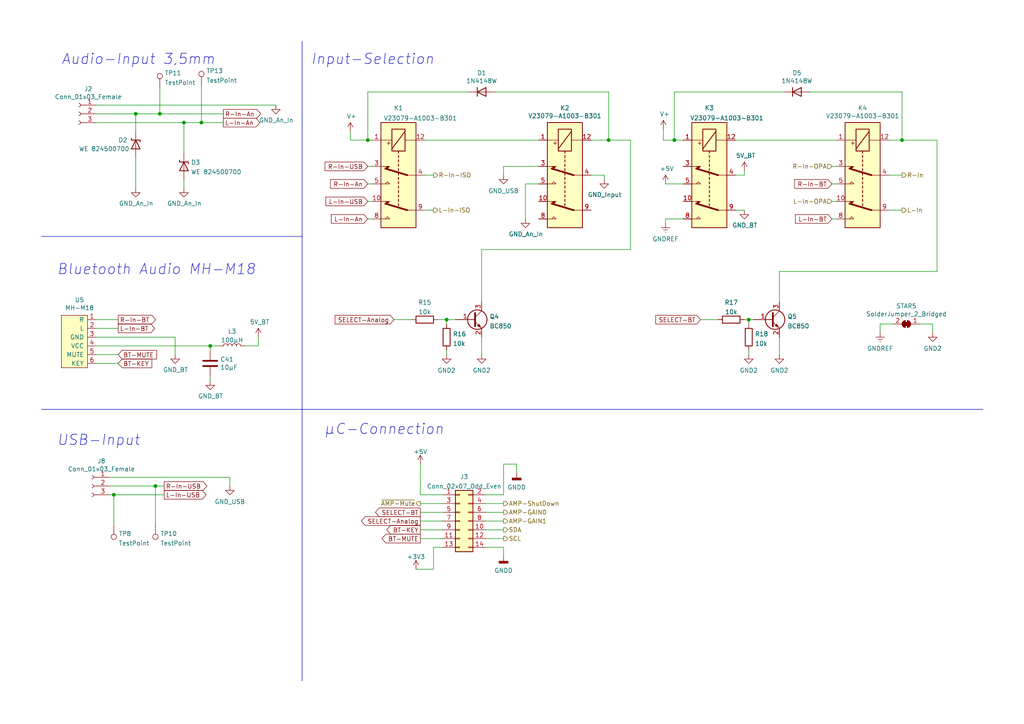
<source format=kicad_sch>
(kicad_sch (version 20230121) (generator eeschema)
  (paper "A4")
  (title_block (date "2023-07-19") (rev "1.3"))
  (lib_symbols
    (symbol "Connector:Conn_01x03_Female" (pin_names (offset 1.016) hide)
      (property "Reference" "J" (at 0 5.08 0))
      (property "Value" "Conn_01x03_Female" (at 0 -5.08 0))
      (symbol "Conn_01x03_Female_1_1"
        (arc (start 0 -2.032) (mid -0.5058 -2.54) (end 0 -3.048) (stroke (width 0.1524)))
        (polyline (pts (xy -1.27 -2.54) (xy -0.508 -2.54)) (stroke (width 0.1524)))
        (polyline (pts (xy -1.27 0) (xy -0.508 0)) (stroke (width 0.1524)))
        (polyline (pts (xy -1.27 2.54) (xy -0.508 2.54)) (stroke (width 0.1524)))
        (arc (start 0 0.508) (mid -0.5058 0) (end 0 -0.508) (stroke (width 0.1524)))
        (arc (start 0 3.048) (mid -0.5058 2.54) (end 0 2.032) (stroke (width 0.1524)))
        (pin passive line (at -5.08 2.54 0) (length 3.81) (name "Pin_1") (number "1"))
        (pin passive line (at -5.08 0 0) (length 3.81) (name "Pin_2") (number "2"))
        (pin passive line (at -5.08 -2.54 0) (length 3.81) (name "Pin_3") (number "3"))
      )
    )
    (symbol "Connector:TestPoint" (pin_numbers hide) (pin_names (offset 0.762) hide)
      (property "Reference" "TP" (at 0 6.858 0))
      (property "Value" "TestPoint" (at 0 5.08 0))
      (symbol "TestPoint_0_1"
        (circle (center 0 3.302) (radius 0.762))
      )
      (symbol "TestPoint_1_1"
        (pin passive line (at 0 0 90) (length 2.54) (name "1") (number "1"))
      )
    )
    (symbol "Connector_Generic:Conn_02x07_Odd_Even" (pin_names (offset 1.016) hide)
      (property "Reference" "J" (at 1.27 10.16 0))
      (property "Value" "Conn_02x07_Odd_Even" (at 1.27 -10.16 0))
      (symbol "Conn_02x07_Odd_Even_1_1"
        (rectangle (start -1.27 -7.493) (end 0 -7.747) (stroke (width 0.1524)))
        (rectangle (start -1.27 -4.953) (end 0 -5.207) (stroke (width 0.1524)))
        (rectangle (start -1.27 -2.413) (end 0 -2.667) (stroke (width 0.1524)))
        (rectangle (start -1.27 0.127) (end 0 -0.127) (stroke (width 0.1524)))
        (rectangle (start -1.27 2.667) (end 0 2.413) (stroke (width 0.1524)))
        (rectangle (start -1.27 5.207) (end 0 4.953) (stroke (width 0.1524)))
        (rectangle (start -1.27 7.747) (end 0 7.493) (stroke (width 0.1524)))
        (rectangle (start -1.27 8.89) (end 3.81 -8.89) (stroke (width 0.254)) (fill (type background)))
        (rectangle (start 3.81 -7.493) (end 2.54 -7.747) (stroke (width 0.1524)))
        (rectangle (start 3.81 -4.953) (end 2.54 -5.207) (stroke (width 0.1524)))
        (rectangle (start 3.81 -2.413) (end 2.54 -2.667) (stroke (width 0.1524)))
        (rectangle (start 3.81 0.127) (end 2.54 -0.127) (stroke (width 0.1524)))
        (rectangle (start 3.81 2.667) (end 2.54 2.413) (stroke (width 0.1524)))
        (rectangle (start 3.81 5.207) (end 2.54 4.953) (stroke (width 0.1524)))
        (rectangle (start 3.81 7.747) (end 2.54 7.493) (stroke (width 0.1524)))
        (pin passive line (at -5.08 7.62 0) (length 3.81) (name "Pin_1") (number "1"))
        (pin passive line (at 7.62 -2.54 180) (length 3.81) (name "Pin_10") (number "10"))
        (pin passive line (at -5.08 -5.08 0) (length 3.81) (name "Pin_11") (number "11"))
        (pin passive line (at 7.62 -5.08 180) (length 3.81) (name "Pin_12") (number "12"))
        (pin passive line (at -5.08 -7.62 0) (length 3.81) (name "Pin_13") (number "13"))
        (pin passive line (at 7.62 -7.62 180) (length 3.81) (name "Pin_14") (number "14"))
        (pin passive line (at 7.62 7.62 180) (length 3.81) (name "Pin_2") (number "2"))
        (pin passive line (at -5.08 5.08 0) (length 3.81) (name "Pin_3") (number "3"))
        (pin passive line (at 7.62 5.08 180) (length 3.81) (name "Pin_4") (number "4"))
        (pin passive line (at -5.08 2.54 0) (length 3.81) (name "Pin_5") (number "5"))
        (pin passive line (at 7.62 2.54 180) (length 3.81) (name "Pin_6") (number "6"))
        (pin passive line (at -5.08 0 0) (length 3.81) (name "Pin_7") (number "7"))
        (pin passive line (at 7.62 0 180) (length 3.81) (name "Pin_8") (number "8"))
        (pin passive line (at -5.08 -2.54 0) (length 3.81) (name "Pin_9") (number "9"))
      )
    )
    (symbol "Device:C" (pin_numbers hide) (pin_names (offset 0.254))
      (property "Reference" "C" (at 0.635 2.54 0))
      (property "Value" "C" (at 0.635 -2.54 0))
      (symbol "C_0_1"
        (polyline (pts (xy -2.032 -0.762) (xy 2.032 -0.762)) (stroke (width 0.508)))
        (polyline (pts (xy -2.032 0.762) (xy 2.032 0.762)) (stroke (width 0.508)))
      )
      (symbol "C_1_1"
        (pin passive line (at 0 3.81 270) (length 2.794) (name "~") (number "1"))
        (pin passive line (at 0 -3.81 90) (length 2.794) (name "~") (number "2"))
      )
    )
    (symbol "Device:L" (pin_numbers hide) (pin_names (offset 1.016) hide)
      (property "Reference" "L" (at -1.27 0 90))
      (property "Value" "L" (at 1.905 0 90))
      (symbol "L_0_1"
        (arc (start 0 -2.54) (mid 0.6323 -1.905) (end 0 -1.27))
        (arc (start 0 -1.27) (mid 0.6323 -0.635) (end 0 0))
        (arc (start 0 0) (mid 0.6323 0.635) (end 0 1.27))
        (arc (start 0 1.27) (mid 0.6323 1.905) (end 0 2.54))
      )
      (symbol "L_1_1"
        (pin passive line (at 0 3.81 270) (length 1.27) (name "1") (number "1"))
        (pin passive line (at 0 -3.81 90) (length 1.27) (name "2") (number "2"))
      )
    )
    (symbol "Device:R" (pin_numbers hide) (pin_names (offset 0))
      (property "Reference" "R" (at 2.032 0 90))
      (property "Value" "R" (at 0 0 90))
      (symbol "R_0_1"
        (rectangle (start -1.016 -2.54) (end 1.016 2.54) (stroke (width 0.254)))
      )
      (symbol "R_1_1"
        (pin passive line (at 0 3.81 270) (length 1.27) (name "~") (number "1"))
        (pin passive line (at 0 -3.81 90) (length 1.27) (name "~") (number "2"))
      )
    )
    (symbol "Diode:1N4148W" (pin_numbers hide) (pin_names (offset 1.016) hide)
      (property "Reference" "D" (at 0 2.54 0))
      (property "Value" "1N4148W" (at 0 -2.54 0))
      (symbol "1N4148W_0_1"
        (polyline (pts (xy -1.27 1.27) (xy -1.27 -1.27)) (stroke (width 0.254)))
        (polyline (pts (xy 1.27 0) (xy -1.27 0)))
        (polyline (pts (xy 1.27 1.27) (xy 1.27 -1.27) (xy -1.27 0) (xy 1.27 1.27)) (stroke (width 0.254)))
      )
      (symbol "1N4148W_1_1"
        (pin passive line (at -3.81 0 0) (length 2.54) (name "K") (number "1"))
        (pin passive line (at 3.81 0 180) (length 2.54) (name "A") (number "2"))
      )
    )
    (symbol "Jumper:SolderJumper_2_Bridged" (pin_names (offset 0) hide)
      (property "Reference" "JP" (at 0 2.032 0))
      (property "Value" "SolderJumper_2_Bridged" (at 0 -2.54 0))
      (symbol "SolderJumper_2_Bridged_0_1"
        (rectangle (start -0.508 0.508) (end 0.508 -0.508) (fill (type outline)))
        (arc (start -0.254 1.016) (mid -1.2656 0) (end -0.254 -1.016))
        (arc (start -0.254 1.016) (mid -1.2656 0) (end -0.254 -1.016) (fill (type outline)))
        (polyline (pts (xy -0.254 1.016) (xy -0.254 -1.016)))
        (polyline (pts (xy 0.254 1.016) (xy 0.254 -1.016)))
        (arc (start 0.254 -1.016) (mid 1.2656 0) (end 0.254 1.016))
        (arc (start 0.254 -1.016) (mid 1.2656 0) (end 0.254 1.016) (fill (type outline)))
      )
      (symbol "SolderJumper_2_Bridged_1_1"
        (pin passive line (at -3.81 0 0) (length 2.54) (name "A") (number "1"))
        (pin passive line (at 3.81 0 180) (length 2.54) (name "B") (number "2"))
      )
    )
    (symbol "LagerVerwaltung:D_TVS_UNI" (pin_numbers hide) (pin_names (offset 1.016) hide)
      (property "Reference" "D" (at 0 -1.27 0))
      (property "Value" "D_TVS_UNI" (at 0 -6.35 0))
      (symbol "D_TVS_UNI_0_1"
        (polyline (pts (xy -1.27 -2.54) (xy 1.27 -3.81) (xy -1.27 -5.08) (xy -1.27 -2.54)) (stroke (width 0.254)))
      )
      (symbol "D_TVS_UNI_1_1"
        (polyline (pts (xy 1.27 -3.81) (xy -1.27 -3.81)))
        (polyline (pts (xy 1.778 -2.54) (xy 1.27 -2.54) (xy 1.27 -5.08) (xy 0.762 -5.08)) (stroke (width 0.254)))
        (pin passive line (at 3.81 -3.81 180) (length 2.54) (name "K") (number "1"))
        (pin passive line (at -3.81 -3.81 0) (length 2.54) (name "A") (number "2"))
      )
    )
    (symbol "MyLib:MH-M18" (pin_names (offset 1.016))
      (property "Reference" "U" (at -3.81 11.43 0))
      (property "Value" "MyLib_MH-M18" (at -3.81 8.89 0))
      (symbol "MH-M18_0_1"
        (rectangle (start -3.81 7.62) (end 3.81 -7.62) (fill (type background)))
      )
      (symbol "MH-M18_1_1"
        (pin output line (at 6.35 6.35 180) (length 2.54) (name "R") (number "1"))
        (pin output line (at 6.35 3.81 180) (length 2.54) (name "L") (number "2"))
        (pin power_in line (at 6.35 1.27 180) (length 2.54) (name "GND") (number "3"))
        (pin power_in line (at 6.35 -1.27 180) (length 2.54) (name "VCC") (number "4"))
        (pin input line (at 6.35 -3.81 180) (length 2.54) (name "MUTE") (number "5"))
        (pin input line (at 6.35 -6.35 180) (length 2.54) (name "KEY") (number "6"))
      )
    )
    (symbol "MyLib:V+" (power) (pin_names (offset 0))
      (property "Value" "MyLib_V+" (at 0 3.556 0))
      (symbol "V+_0_1"
        (polyline (pts (xy -0.762 1.27) (xy 0 2.54)))
        (polyline (pts (xy 0 0) (xy 0 2.54)))
        (polyline (pts (xy 0 2.54) (xy 0.762 1.27)))
      )
      (symbol "V+_1_1"
        (pin power_in line (at 0 0 90) (length 0) hide (name "V+") (number "1"))
      )
    )
    (symbol "OfficeAmp:5V_BT" (power) (pin_names (offset 0))
      (property "Value" "5V_BT" (at 0 3.556 0))
      (symbol "5V_BT_0_1"
        (polyline (pts (xy -0.762 1.27) (xy 0 2.54)))
        (polyline (pts (xy 0 0) (xy 0 2.54)))
        (polyline (pts (xy 0 2.54) (xy 0.762 1.27)))
      )
      (symbol "5V_BT_1_1"
        (pin power_in line (at 0 0 90) (length 0) hide (name "5V_BT") (number "1"))
      )
    )
    (symbol "OfficeAmp:GND_An_In" (power) (pin_names (offset 0))
      (property "Value" "GND_An_In" (at 0 -3.81 0))
      (symbol "GND_An_In_0_1"
        (polyline (pts (xy 0 0) (xy 0 -1.27) (xy 1.27 -1.27) (xy 0 -2.54) (xy -1.27 -1.27) (xy 0 -1.27)))
      )
      (symbol "GND_An_In_1_1"
        (pin power_in line (at 0 0 270) (length 0) hide (name "GND_An_In") (number "1"))
      )
    )
    (symbol "OfficeAmp:GND_BT" (power) (pin_names (offset 0))
      (property "Value" "GND_BT" (at 0 -3.81 0))
      (symbol "GND_BT_0_1"
        (polyline (pts (xy 0 0) (xy 0 -1.27) (xy 1.27 -1.27) (xy 0 -2.54) (xy -1.27 -1.27) (xy 0 -1.27)))
      )
      (symbol "GND_BT_1_1"
        (pin power_in line (at 0 0 270) (length 0) hide (name "GND_BT") (number "1"))
      )
    )
    (symbol "OfficeAmp:GND_Input" (power) (pin_names (offset 0))
      (property "Value" "GND_Input" (at 0 -3.81 0))
      (symbol "GND_Input_0_1"
        (polyline (pts (xy 0 0) (xy 0 -1.27) (xy 1.27 -1.27) (xy 0 -2.54) (xy -1.27 -1.27) (xy 0 -1.27)))
      )
      (symbol "GND_Input_1_1"
        (pin power_in line (at 0 0 270) (length 0) hide (name "GND_Input") (number "1"))
      )
    )
    (symbol "OfficeAmp:GND_USB" (power) (pin_names (offset 0))
      (property "Value" "GND_USB" (at 0 -3.81 0))
      (symbol "GND_USB_0_1"
        (polyline (pts (xy 0 0) (xy 0 -1.27) (xy 1.27 -1.27) (xy 0 -2.54) (xy -1.27 -1.27) (xy 0 -1.27)))
      )
      (symbol "GND_USB_1_1"
        (pin power_in line (at 0 0 270) (length 0) hide (name "GND_USB") (number "1"))
      )
    )
    (symbol "Relay:EC2-24NU"
      (property "Reference" "K" (at 15.24 8.89 0))
      (property "Value" "EC2-24NU" (at 19.05 6.35 0))
      (symbol "EC2-24NU_1_1"
        (rectangle (start -15.24 5.08) (end 15.24 -5.08) (stroke (width 0.254)) (fill (type background)))
        (rectangle (start -13.335 1.905) (end -6.985 -1.905) (stroke (width 0.254)))
        (polyline (pts (xy -12.7 -1.905) (xy -7.62 1.905)) (stroke (width 0.254)))
        (polyline (pts (xy -10.16 -5.08) (xy -10.16 -1.905)))
        (polyline (pts (xy -10.16 5.08) (xy -10.16 1.905)))
        (polyline (pts (xy -6.985 0) (xy -6.35 0)) (stroke (width 0.254)))
        (polyline (pts (xy -5.715 0) (xy -5.08 0)) (stroke (width 0.254)))
        (polyline (pts (xy -4.445 0) (xy -3.81 0)) (stroke (width 0.254)))
        (polyline (pts (xy -3.175 0) (xy -2.54 0)) (stroke (width 0.254)))
        (polyline (pts (xy -1.905 0) (xy -1.27 0)) (stroke (width 0.254)))
        (polyline (pts (xy -0.635 0) (xy 0 0)) (stroke (width 0.254)))
        (polyline (pts (xy 0 -2.54) (xy -1.905 3.81)) (stroke (width 0.508)))
        (polyline (pts (xy 0 -2.54) (xy 0 -5.08)))
        (polyline (pts (xy 0.635 0) (xy 1.27 0)) (stroke (width 0.254)))
        (polyline (pts (xy 1.905 0) (xy 2.54 0)) (stroke (width 0.254)))
        (polyline (pts (xy 3.175 0) (xy 3.81 0)) (stroke (width 0.254)))
        (polyline (pts (xy 4.445 0) (xy 5.08 0)) (stroke (width 0.254)))
        (polyline (pts (xy 5.715 0) (xy 6.35 0)) (stroke (width 0.254)))
        (polyline (pts (xy 6.985 0) (xy 7.62 0)) (stroke (width 0.254)))
        (polyline (pts (xy 8.255 0) (xy 8.89 0)) (stroke (width 0.254)))
        (polyline (pts (xy 10.16 -2.54) (xy 8.255 3.81)) (stroke (width 0.508)))
        (polyline (pts (xy 10.16 -2.54) (xy 10.16 -5.08)))
        (polyline (pts (xy -2.54 5.08) (xy -2.54 2.54) (xy -1.905 3.175) (xy -2.54 3.81)) (fill (type outline)))
        (polyline (pts (xy 2.54 5.08) (xy 2.54 2.54) (xy 1.905 3.175) (xy 2.54 3.81)))
        (polyline (pts (xy 7.62 5.08) (xy 7.62 2.54) (xy 8.255 3.175) (xy 7.62 3.81)) (fill (type outline)))
        (polyline (pts (xy 12.7 5.08) (xy 12.7 2.54) (xy 12.065 3.175) (xy 12.7 3.81)))
        (text "+" (at -9.271 2.921 0) (effects (font (size 1.27 1.27))))
        (pin passive line (at -10.16 7.62 270) (length 2.54) (name "~") (number "1"))
        (pin passive line (at 7.62 7.62 270) (length 2.54) (name "~") (number "10"))
        (pin passive line (at -10.16 -7.62 90) (length 2.54) (name "~") (number "12"))
        (pin passive line (at -2.54 7.62 270) (length 2.54) (name "~") (number "3"))
        (pin passive line (at 0 -7.62 90) (length 2.54) (name "~") (number "4"))
        (pin passive line (at 2.54 7.62 270) (length 2.54) (name "~") (number "5"))
        (pin passive line (at 12.7 7.62 270) (length 2.54) (name "~") (number "8"))
        (pin passive line (at 10.16 -7.62 90) (length 2.54) (name "~") (number "9"))
      )
    )
    (symbol "Transistor_BJT:BC850" (pin_names (offset 0) hide)
      (property "Reference" "Q" (at 5.08 1.905 0))
      (property "Value" "BC850" (at 5.08 0 0))
      (symbol "BC850_0_1"
        (polyline (pts (xy 0.635 0.635) (xy 2.54 2.54)))
        (polyline (pts (xy 0.635 -0.635) (xy 2.54 -2.54) (xy 2.54 -2.54)))
        (polyline (pts (xy 0.635 1.905) (xy 0.635 -1.905) (xy 0.635 -1.905)) (stroke (width 0.508)))
        (polyline (pts (xy 1.27 -1.778) (xy 1.778 -1.27) (xy 2.286 -2.286) (xy 1.27 -1.778) (xy 1.27 -1.778)) (fill (type outline)))
        (circle (center 1.27 0) (radius 2.8194) (stroke (width 0.254)))
      )
      (symbol "BC850_1_1"
        (pin input line (at -5.08 0 0) (length 5.715) (name "B") (number "1"))
        (pin passive line (at 2.54 -5.08 90) (length 2.54) (name "E") (number "2"))
        (pin passive line (at 2.54 5.08 270) (length 2.54) (name "C") (number "3"))
      )
    )
    (symbol "power:+3V3" (power) (pin_names (offset 0))
      (property "Value" "+3V3" (at 0 3.556 0))
      (symbol "+3V3_0_1"
        (polyline (pts (xy -0.762 1.27) (xy 0 2.54)))
        (polyline (pts (xy 0 0) (xy 0 2.54)))
        (polyline (pts (xy 0 2.54) (xy 0.762 1.27)))
      )
      (symbol "+3V3_1_1"
        (pin power_in line (at 0 0 90) (length 0) hide (name "+3V3") (number "1"))
      )
    )
    (symbol "power:+5V" (power) (pin_names (offset 0))
      (property "Value" "+5V" (at 0 3.556 0))
      (symbol "+5V_0_1"
        (polyline (pts (xy -0.762 1.27) (xy 0 2.54)))
        (polyline (pts (xy 0 0) (xy 0 2.54)))
        (polyline (pts (xy 0 2.54) (xy 0.762 1.27)))
      )
      (symbol "+5V_1_1"
        (pin power_in line (at 0 0 90) (length 0) hide (name "+5V") (number "1"))
      )
    )
    (symbol "power:GND2" (power) (pin_names (offset 0))
      (property "Value" "GND2" (at 0 -3.81 0))
      (symbol "GND2_0_1"
        (polyline (pts (xy 0 0) (xy 0 -1.27) (xy 1.27 -1.27) (xy 0 -2.54) (xy -1.27 -1.27) (xy 0 -1.27)))
      )
      (symbol "GND2_1_1"
        (pin power_in line (at 0 0 270) (length 0) hide (name "GND2") (number "1"))
      )
    )
    (symbol "power:GNDD" (power) (pin_names (offset 0))
      (property "Value" "GNDD" (at 0 -3.175 0))
      (symbol "GNDD_0_1"
        (rectangle (start -1.27 -1.524) (end 1.27 -2.032) (stroke (width 0.254)) (fill (type outline)))
        (polyline (pts (xy 0 0) (xy 0 -1.524)))
      )
      (symbol "GNDD_1_1"
        (pin power_in line (at 0 0 270) (length 0) hide (name "GNDD") (number "1"))
      )
    )
    (symbol "power:GNDREF" (power) (pin_names (offset 0))
      (property "Value" "GNDREF" (at 0 -3.81 0))
      (symbol "GNDREF_0_1"
        (polyline (pts (xy -0.635 -1.905) (xy 0.635 -1.905)))
        (polyline (pts (xy -0.127 -2.54) (xy 0.127 -2.54)))
        (polyline (pts (xy 0 -1.27) (xy 0 0)))
        (polyline (pts (xy 1.27 -1.27) (xy -1.27 -1.27)))
      )
      (symbol "GNDREF_1_1"
        (pin power_in line (at 0 0 270) (length 0) hide (name "GNDREF") (number "1"))
      )
    )
  )
  (junction (at 176.53 40.64))
  (junction (at 53.34 35.56))
  (junction (at 106.68 40.64))
  (junction (at 58.42 35.56))
  (junction (at 60.96 100.33))
  (junction (at 195.58 40.64))
  (junction (at 261.62 40.64))
  (junction (at 39.37 33.02))
  (junction (at 217.17 92.71))
  (junction (at 46.355 33.02))
  (junction (at 45.085 140.97))
  (junction (at 129.54 92.71))
  (junction (at 33.02 143.51))
  (polyline (pts (xy 12.065 118.745) (xy 87.63 118.745)))
  (wire (pts (xy 140.97 143.51) (xy 146.05 143.51)))
  (wire (pts (xy 139.7 97.79) (xy 139.7 102.87)))
  (wire (pts (xy 193.04 53.34) (xy 198.12 53.34)))
  (wire (pts (xy 192.405 37.465) (xy 192.405 40.64)))
  (wire (pts (xy 106.68 40.64) (xy 107.95 40.64)))
  (wire (pts (xy 66.675 138.43) (xy 66.675 140.97)))
  (wire (pts (xy 121.92 153.67) (xy 128.27 153.67)))
  (wire (pts (xy 106.68 63.5) (xy 107.95 63.5)))
  (wire (pts (xy 175.26 50.8) (xy 175.26 52.07)))
  (wire (pts (xy 215.9 92.71) (xy 217.17 92.71)))
  (wire (pts (xy 106.68 58.42) (xy 107.95 58.42)))
  (wire (pts (xy 140.97 153.67) (xy 146.05 153.67)))
  (wire (pts (xy 152.4 63.5) (xy 152.4 53.34)))
  (wire (pts (xy 121.92 148.59) (xy 128.27 148.59)))
  (wire (pts (xy 140.97 146.05) (xy 146.05 146.05)))
  (wire (pts (xy 53.34 35.56) (xy 53.34 44.45)))
  (wire (pts (xy 114.3 92.71) (xy 119.38 92.71)))
  (wire (pts (xy 217.17 92.71) (xy 217.17 93.98)))
  (wire (pts (xy 217.17 101.6) (xy 217.17 102.87)))
  (wire (pts (xy 261.62 40.64) (xy 271.78 40.64)))
  (wire (pts (xy 27.94 100.33) (xy 60.96 100.33)))
  (wire (pts (xy 27.94 102.87) (xy 34.29 102.87)))
  (wire (pts (xy 193.04 64.77) (xy 193.04 63.5)))
  (wire (pts (xy 213.36 50.8) (xy 215.9 50.8)))
  (wire (pts (xy 27.94 35.56) (xy 53.34 35.56)))
  (wire (pts (xy 58.42 24.765) (xy 58.42 35.56)))
  (wire (pts (xy 192.405 40.64) (xy 195.58 40.64)))
  (polyline (pts (xy 12.065 68.58) (xy 87.63 68.58)))
  (wire (pts (xy 123.19 60.96) (xy 125.73 60.96)))
  (wire (pts (xy 257.81 60.96) (xy 261.62 60.96)))
  (wire (pts (xy 121.92 151.13) (xy 128.27 151.13)))
  (wire (pts (xy 106.68 26.67) (xy 106.68 40.64)))
  (wire (pts (xy 39.37 54.61) (xy 39.37 45.72)))
  (wire (pts (xy 195.58 26.67) (xy 195.58 40.64)))
  (wire (pts (xy 146.05 48.26) (xy 156.21 48.26)))
  (wire (pts (xy 195.58 40.64) (xy 198.12 40.64)))
  (wire (pts (xy 140.97 158.75) (xy 146.05 158.75)))
  (wire (pts (xy 39.37 33.02) (xy 46.355 33.02)))
  (wire (pts (xy 128.27 143.51) (xy 121.92 143.51)))
  (wire (pts (xy 31.75 140.97) (xy 45.085 140.97)))
  (wire (pts (xy 171.45 50.8) (xy 175.26 50.8)))
  (wire (pts (xy 27.94 33.02) (xy 39.37 33.02)))
  (wire (pts (xy 213.36 40.64) (xy 242.57 40.64)))
  (wire (pts (xy 39.37 33.02) (xy 39.37 38.1)))
  (wire (pts (xy 53.34 35.56) (xy 58.42 35.56)))
  (wire (pts (xy 27.94 92.71) (xy 34.29 92.71)))
  (wire (pts (xy 45.085 140.97) (xy 45.085 152.4)))
  (wire (pts (xy 123.19 40.64) (xy 156.21 40.64)))
  (wire (pts (xy 140.97 156.21) (xy 146.05 156.21)))
  (wire (pts (xy 152.4 53.34) (xy 156.21 53.34)))
  (polyline (pts (xy 87.63 118.745) (xy 285.115 118.745)))
  (wire (pts (xy 203.2 92.71) (xy 208.28 92.71)))
  (wire (pts (xy 27.94 97.79) (xy 50.8 97.79)))
  (wire (pts (xy 241.3 63.5) (xy 242.57 63.5)))
  (wire (pts (xy 271.78 40.64) (xy 271.78 78.74)))
  (wire (pts (xy 241.3 48.26) (xy 242.57 48.26)))
  (wire (pts (xy 50.8 97.79) (xy 50.8 102.87)))
  (wire (pts (xy 241.3 58.42) (xy 242.57 58.42)))
  (wire (pts (xy 271.78 78.74) (xy 226.06 78.74)))
  (wire (pts (xy 257.81 50.8) (xy 261.62 50.8)))
  (wire (pts (xy 33.02 143.51) (xy 33.02 152.4)))
  (wire (pts (xy 58.42 35.56) (xy 64.77 35.56)))
  (wire (pts (xy 241.3 53.34) (xy 242.57 53.34)))
  (wire (pts (xy 27.94 95.25) (xy 34.29 95.25)))
  (wire (pts (xy 140.97 148.59) (xy 146.05 148.59)))
  (wire (pts (xy 270.51 93.98) (xy 270.51 96.52)))
  (wire (pts (xy 149.86 134.62) (xy 149.86 137.16)))
  (wire (pts (xy 60.96 100.33) (xy 63.5 100.33)))
  (wire (pts (xy 60.96 109.22) (xy 60.96 110.49)))
  (wire (pts (xy 215.9 50.8) (xy 215.9 49.53)))
  (wire (pts (xy 121.92 143.51) (xy 121.92 134.62)))
  (wire (pts (xy 74.93 97.79) (xy 74.93 100.33)))
  (wire (pts (xy 140.97 151.13) (xy 146.05 151.13)))
  (wire (pts (xy 125.73 158.75) (xy 128.27 158.75)))
  (wire (pts (xy 129.54 92.71) (xy 132.08 92.71)))
  (wire (pts (xy 101.6 38.1) (xy 101.6 40.64)))
  (wire (pts (xy 261.62 40.64) (xy 261.62 26.67)))
  (wire (pts (xy 176.53 40.64) (xy 182.88 40.64)))
  (wire (pts (xy 106.68 48.26) (xy 107.95 48.26)))
  (wire (pts (xy 139.7 72.39) (xy 139.7 87.63)))
  (wire (pts (xy 257.81 40.64) (xy 261.62 40.64)))
  (wire (pts (xy 106.68 53.34) (xy 107.95 53.34)))
  (wire (pts (xy 27.94 30.48) (xy 80.01 30.48)))
  (polyline (pts (xy 87.63 151.765) (xy 87.63 197.485)))
  (wire (pts (xy 129.54 92.71) (xy 129.54 93.98)))
  (polyline (pts (xy 87.63 118.745) (xy 87.63 151.765)))
  (wire (pts (xy 143.51 26.67) (xy 176.53 26.67)))
  (wire (pts (xy 255.27 93.98) (xy 259.08 93.98)))
  (wire (pts (xy 45.085 140.97) (xy 47.625 140.97)))
  (wire (pts (xy 71.12 100.33) (xy 74.93 100.33)))
  (wire (pts (xy 46.355 33.02) (xy 64.77 33.02)))
  (wire (pts (xy 33.02 143.51) (xy 47.625 143.51)))
  (wire (pts (xy 226.06 97.79) (xy 226.06 102.87)))
  (wire (pts (xy 176.53 40.64) (xy 176.53 26.67)))
  (wire (pts (xy 46.355 25.4) (xy 46.355 33.02)))
  (wire (pts (xy 193.04 63.5) (xy 198.12 63.5)))
  (wire (pts (xy 266.7 93.98) (xy 270.51 93.98)))
  (wire (pts (xy 129.54 101.6) (xy 129.54 102.87)))
  (wire (pts (xy 53.34 54.61) (xy 53.34 52.07)))
  (wire (pts (xy 146.05 134.62) (xy 149.86 134.62)))
  (wire (pts (xy 182.88 72.39) (xy 139.7 72.39)))
  (wire (pts (xy 106.68 26.67) (xy 135.89 26.67)))
  (wire (pts (xy 127 92.71) (xy 129.54 92.71)))
  (wire (pts (xy 182.88 40.64) (xy 182.88 72.39)))
  (wire (pts (xy 120.65 165.1) (xy 125.73 165.1)))
  (wire (pts (xy 101.6 40.64) (xy 106.68 40.64)))
  (wire (pts (xy 123.19 50.8) (xy 125.73 50.8)))
  (wire (pts (xy 125.73 165.1) (xy 125.73 158.75)))
  (wire (pts (xy 31.75 143.51) (xy 33.02 143.51)))
  (wire (pts (xy 226.06 78.74) (xy 226.06 87.63)))
  (wire (pts (xy 146.05 143.51) (xy 146.05 134.62)))
  (wire (pts (xy 217.17 92.71) (xy 218.44 92.71)))
  (wire (pts (xy 60.96 100.33) (xy 60.96 101.6)))
  (wire (pts (xy 255.27 96.52) (xy 255.27 93.98)))
  (wire (pts (xy 227.33 26.67) (xy 195.58 26.67)))
  (wire (pts (xy 213.36 60.96) (xy 215.9 60.96)))
  (wire (pts (xy 31.75 138.43) (xy 66.675 138.43)))
  (wire (pts (xy 121.92 146.05) (xy 128.27 146.05)))
  (wire (pts (xy 146.05 50.8) (xy 146.05 48.26)))
  (wire (pts (xy 234.95 26.67) (xy 261.62 26.67)))
  (polyline (pts (xy 87.63 12.065) (xy 87.63 68.58)))
  (wire (pts (xy 146.05 158.75) (xy 146.05 161.29)))
  (wire (pts (xy 121.92 156.21) (xy 128.27 156.21)))
  (polyline (pts (xy 87.63 118.745) (xy 87.63 68.58)))
  (wire (pts (xy 171.45 40.64) (xy 176.53 40.64)))
  (wire (pts (xy 27.94 105.41) (xy 34.29 105.41)))
  (text "USB-Input" (at 16.51 129.54 0) (effects (font (size 2.9972 2.9972) italic) (justify left bottom)))
  (text "Bluetooth Audio MH-M18" (at 16.51 80.01 0) (effects (font (size 2.9972 2.9972) italic) (justify left bottom)))
  (text "Audio-Input 3,5mm " (at 17.78 19.05 0) (effects (font (size 2.9972 2.9972) italic) (justify left bottom)))
  (text "Input-Selection" (at 90.17 19.05 0) (effects (font (size 2.9972 2.9972) italic) (justify left bottom)))
  (text "µC-Connection" (at 93.98 126.365 0) (effects (font (size 2.9972 2.9972) italic) (justify left bottom)))
  (global_label "L-In-An" (shape output) (at 64.77 35.56 0) (property "Intersheetrefs" "${INTERSHEET_REFS}" (effects hide)))
  (global_label "L-In-USB" (shape input) (at 106.68 58.42 180) (property "Intersheetrefs" "${INTERSHEET_REFS}" (effects hide)))
  (global_label "L-In-BT" (shape output) (at 34.29 95.25 0) (property "Intersheetrefs" "${INTERSHEET_REFS}" (effects hide)))
  (global_label "L-In-BT" (shape input) (at 241.3 63.5 180) (property "Intersheetrefs" "${INTERSHEET_REFS}" (effects hide)))
  (global_label "R-In-BT" (shape output) (at 34.29 92.71 0) (property "Intersheetrefs" "${INTERSHEET_REFS}" (effects hide)))
  (global_label "R-In-USB" (shape output) (at 47.625 140.97 0) (property "Intersheetrefs" "${INTERSHEET_REFS}" (effects hide)))
  (global_label "R-In-An" (shape output) (at 64.77 33.02 0) (property "Intersheetrefs" "${INTERSHEET_REFS}" (effects hide)))
  (global_label "L-In-An" (shape input) (at 106.68 63.5 180) (property "Intersheetrefs" "${INTERSHEET_REFS}" (effects hide)))
  (global_label "SELECT-BT" (shape output) (at 121.92 148.59 180) (property "Intersheetrefs" "${INTERSHEET_REFS}" (effects hide)))
  (global_label "BT-MUTE" (shape input) (at 34.29 102.87 0) (property "Intersheetrefs" "${INTERSHEET_REFS}" (effects hide)))
  (global_label "BT-KEY" (shape output) (at 121.92 153.67 180) (property "Intersheetrefs" "${INTERSHEET_REFS}" (effects hide)))
  (global_label "L-In-USB" (shape output) (at 47.625 143.51 0) (property "Intersheetrefs" "${INTERSHEET_REFS}" (effects hide)))
  (global_label "R-In-An" (shape input) (at 106.68 53.34 180) (property "Intersheetrefs" "${INTERSHEET_REFS}" (effects hide)))
  (global_label "BT-MUTE" (shape output) (at 121.92 156.21 180) (property "Intersheetrefs" "${INTERSHEET_REFS}" (effects hide)))
  (global_label "SELECT-Analog" (shape input) (at 114.3 92.71 180) (property "Intersheetrefs" "${INTERSHEET_REFS}" (effects hide)))
  (global_label "R-In-USB" (shape input) (at 106.68 48.26 180) (property "Intersheetrefs" "${INTERSHEET_REFS}" (effects hide)))
  (global_label "R-In-BT" (shape input) (at 241.3 53.34 180) (property "Intersheetrefs" "${INTERSHEET_REFS}" (effects hide)))
  (global_label "SELECT-BT" (shape input) (at 203.2 92.71 180) (property "Intersheetrefs" "${INTERSHEET_REFS}" (effects hide)))
  (global_label "BT-KEY" (shape input) (at 34.29 105.41 0) (property "Intersheetrefs" "${INTERSHEET_REFS}" (effects hide)))
  (global_label "SELECT-Analog" (shape output) (at 121.92 151.13 180) (property "Intersheetrefs" "${INTERSHEET_REFS}" (effects hide)))
  (hierarchical_label "R-In" (shape output) (at 261.62 50.8 0))
  (hierarchical_label "~{AMP-Mute}" (shape output) (at 121.92 146.05 180))
  (hierarchical_label "SCL" (shape output) (at 146.05 156.21 0))
  (hierarchical_label "R-In-ISO" (shape output) (at 125.73 50.8 0))
  (hierarchical_label "AMP-ShutDown" (shape output) (at 146.05 146.05 0))
  (hierarchical_label "R-In-OPA" (shape input) (at 241.3 48.26 180))
  (hierarchical_label "L-In" (shape output) (at 261.62 60.96 0))
  (hierarchical_label "SDA" (shape output) (at 146.05 153.67 0))
  (hierarchical_label "L-In-ISO" (shape output) (at 125.73 60.96 0))
  (hierarchical_label "L-In-OPA" (shape input) (at 241.3 58.42 180))
  (hierarchical_label "AMP-GAIN0" (shape output) (at 146.05 148.59 0))
  (hierarchical_label "AMP-GAIN1" (shape output) (at 146.05 151.13 0))
  (symbol (lib_id "MyLib:MH-M18") (at 21.59 99.06 0) (unit 1)
    (property "Reference" "U5" (at 23.0632 86.995 0))
    (property "Value" "MH-M18" (at 23.0632 89.3064 0))
    (property "Footprint" "MyLib:MH-M18" (effects hide))
  )
  (symbol (lib_id "OfficeAmp:5V_BT") (at 74.93 97.79 0) (unit 1)
    (property "Reference" "#PWR0137" (effects hide))
    (property "Value" "5V_BT" (at 75.311 93.3958 0))
  )
  (symbol (lib_id "Relay:EC2-24NU") (at 115.57 50.8 90) (mirror x) (unit 1)
    (property "Reference" "K1" (at 115.57 31.3182 90))
    (property "Value" "V23079-A1003-B301" (at 121.92 34.29 90))
    (property "Footprint" "Relay_THT:Relay_DPDT_Kemet_EC2" (effects hide))
    (property "Datasheet" "https://content.kemet.com/datasheets/KEM_R7002_EC2_EE2.pdf" (effects hide))
  )
  (symbol (lib_id "Relay:EC2-24NU") (at 163.83 50.8 90) (mirror x) (unit 1)
    (property "Reference" "K2" (at 163.83 31.3182 90))
    (property "Value" "V23079-A1003-B301" (at 163.83 33.6296 90))
    (property "Footprint" "Relay_THT:Relay_DPDT_Kemet_EC2" (effects hide))
    (property "Datasheet" "https://content.kemet.com/datasheets/KEM_R7002_EC2_EE2.pdf" (effects hide))
  )
  (symbol (lib_id "Relay:EC2-24NU") (at 250.19 50.8 90) (mirror x) (unit 1)
    (property "Reference" "K4" (at 250.19 31.3182 90))
    (property "Value" "V23079-A1003-B301" (at 250.19 33.6296 90))
    (property "Footprint" "Relay_THT:Relay_DPDT_Kemet_EC2" (effects hide))
    (property "Datasheet" "https://content.kemet.com/datasheets/KEM_R7002_EC2_EE2.pdf" (effects hide))
  )
  (symbol (lib_id "Relay:EC2-24NU") (at 205.74 50.8 90) (mirror x) (unit 1)
    (property "Reference" "K3" (at 205.74 31.3182 90))
    (property "Value" "V23079-A1003-B301" (at 210.8121 34.2467 90))
    (property "Footprint" "Relay_THT:Relay_DPDT_Kemet_EC2" (effects hide))
    (property "Datasheet" "https://content.kemet.com/datasheets/KEM_R7002_EC2_EE2.pdf" (effects hide))
  )
  (symbol (lib_id "OfficeAmp:GND_Input") (at 175.26 52.07 0) (unit 1)
    (property "Reference" "#PWR024" (effects hide))
    (property "Value" "GND_Input" (at 175.387 56.4642 0))
  )
  (symbol (lib_id "Diode:1N4148W") (at 139.7 26.67 0) (unit 1)
    (property "Reference" "D1" (at 139.7 21.1582 0))
    (property "Value" "1N4148W" (at 139.7 23.4696 0))
    (property "Footprint" "Diode_SMD:D_SOD-123" (effects hide))
    (property "Datasheet" "https://www.vishay.com/docs/85748/1n4148w.pdf" (effects hide))
  )
  (symbol (lib_id "Diode:1N4148W") (at 231.14 26.67 0) (unit 1)
    (property "Reference" "D5" (at 231.14 21.1582 0))
    (property "Value" "1N4148W" (at 231.14 23.4696 0))
    (property "Footprint" "Diode_SMD:D_SOD-123" (effects hide))
    (property "Datasheet" "https://www.vishay.com/docs/85748/1n4148w.pdf" (effects hide))
  )
  (symbol (lib_id "power:+5V") (at 193.04 53.34 0) (unit 1)
    (property "Reference" "#PWR025" (effects hide))
    (property "Value" "+5V" (at 193.421 48.9458 0))
  )
  (symbol (lib_id "OfficeAmp:5V_BT") (at 215.9 49.53 0) (unit 1)
    (property "Reference" "#PWR029" (effects hide))
    (property "Value" "5V_BT" (at 216.281 45.1358 0))
  )
  (symbol (lib_id "MyLib:V+") (at 101.6 38.1 0) (unit 1)
    (property "Reference" "#PWR019" (effects hide))
    (property "Value" "V+" (at 101.981 33.7058 0))
  )
  (symbol (lib_id "OfficeAmp:GND_BT") (at 50.8 102.87 0) (unit 1)
    (property "Reference" "#PWR018" (effects hide))
    (property "Value" "GND_BT" (at 50.927 107.2642 0))
  )
  (symbol (lib_id "OfficeAmp:GND_BT") (at 215.9 60.96 0) (unit 1)
    (property "Reference" "#PWR028" (effects hide))
    (property "Value" "GND_BT" (at 216.027 65.3542 0))
  )
  (symbol (lib_id "Connector:Conn_01x03_Female") (at 22.86 33.02 0) (mirror y) (unit 1)
    (property "Reference" "J2" (at 25.6032 25.781 0))
    (property "Value" "Conn_01x03_Female" (at 25.6032 28.0924 0))
    (property "Footprint" "Connector_PinHeader_2.54mm:PinHeader_1x03_P2.54mm_Vertical" (effects hide))
  )
  (symbol (lib_id "OfficeAmp:GND_An_In") (at 53.34 54.61 0) (unit 1)
    (property "Reference" "#PWR0107" (effects hide))
    (property "Value" "GND_An_In" (at 53.467 59.0042 0))
  )
  (symbol (lib_id "OfficeAmp:GND_An_In") (at 39.37 54.61 0) (unit 1)
    (property "Reference" "#PWR0108" (effects hide))
    (property "Value" "GND_An_In" (at 39.497 59.0042 0))
  )
  (symbol (lib_id "OfficeAmp:GND_An_In") (at 152.4 63.5 0) (unit 1)
    (property "Reference" "#PWR0109" (effects hide))
    (property "Value" "GND_An_In" (at 152.527 67.8942 0))
  )
  (symbol (lib_id "Connector:Conn_01x03_Female") (at 26.67 140.97 0) (mirror y) (unit 1)
    (property "Reference" "J8" (at 29.4132 133.731 0))
    (property "Value" "Conn_01x03_Female" (at 29.4132 136.0424 0))
    (property "Footprint" "Connector_PinHeader_2.54mm:PinHeader_1x03_P2.54mm_Vertical" (effects hide))
  )
  (symbol (lib_id "OfficeAmp:GND_An_In") (at 80.01 30.48 0) (unit 1)
    (property "Reference" "#PWR023" (effects hide))
    (property "Value" "GND_An_In" (at 80.137 34.8742 0))
  )
  (symbol (lib_id "Connector_Generic:Conn_02x07_Odd_Even") (at 133.35 151.13 0) (unit 1)
    (property "Reference" "J3" (at 134.62 138.2735 0))
    (property "Value" "Conn_02x07_Odd_Even" (at 134.62 141.0486 0))
    (property "Footprint" "Connector_IDC:IDC-Header_2x07_P2.54mm_Vertical" (effects hide))
  )
  (symbol (lib_id "OfficeAmp:GND_USB") (at 146.05 50.8 0) (unit 1)
    (property "Reference" "#PWR0132" (effects hide))
    (property "Value" "GND_USB" (at 146.05 55.3625 0))
  )
  (symbol (lib_id "Connector:TestPoint") (at 46.355 25.4 0) (unit 1)
    (property "Reference" "TP11" (at 47.752 21.1895 0) (effects (justify left)))
    (property "Value" "TestPoint" (at 47.752 23.9646 0) (effects (justify left)))
    (property "Footprint" "TestPoint:TestPoint_Pad_D1.0mm" (effects hide))
  )
  (symbol (lib_id "Device:L") (at 67.31 100.33 90) (unit 1)
    (property "Reference" "L3" (at 67.31 96.1222 90))
    (property "Value" "100µH" (at 67.31 98.6591 90))
    (property "Footprint" "Inductor_THT:L_Axial_L7.0mm_D3.3mm_P12.70mm_Horizontal_Fastron_MICC" (effects hide))
  )
  (symbol (lib_id "Transistor_BJT:BC850") (at 223.52 92.71 0) (unit 1)
    (property "Reference" "Q5" (at 228.3714 91.8015 0) (effects (justify left)))
    (property "Value" "BC850" (at 228.3714 94.5766 0) (effects (justify left)))
    (property "Footprint" "Package_TO_SOT_SMD:SOT-23" (effects hide))
    (property "Datasheet" "http://www.infineon.com/dgdl/Infineon-BC847SERIES_BC848SERIES_BC849SERIES_BC850SERIES-DS-v01_01-en.pdf?fileId=db3a304314dca389011541d4630a1657" (effects hide))
  )
  (symbol (lib_id "power:GNDD") (at 146.05 161.29 0) (unit 1)
    (property "Reference" "#PWR0115" (effects hide))
    (property "Value" "GNDD" (at 146.05 165.4715 0))
  )
  (symbol (lib_id "MyLib:V+") (at 192.405 37.465 0) (unit 1)
    (property "Reference" "#PWR052" (effects hide))
    (property "Value" "V+" (at 192.786 33.0708 0))
  )
  (symbol (lib_id "power:GND2") (at 129.54 102.87 0) (unit 1)
    (property "Reference" "#PWR026" (effects hide))
    (property "Value" "GND2" (at 129.54 107.4325 0))
  )
  (symbol (lib_id "power:GND2") (at 217.17 102.87 0) (unit 1)
    (property "Reference" "#PWR030" (effects hide))
    (property "Value" "GND2" (at 217.17 107.4325 0))
  )
  (symbol (lib_id "Connector:TestPoint") (at 58.42 24.765 0) (unit 1)
    (property "Reference" "TP13" (at 59.817 20.5545 0) (effects (justify left)))
    (property "Value" "TestPoint" (at 59.817 23.3296 0) (effects (justify left)))
    (property "Footprint" "TestPoint:TestPoint_Pad_D1.0mm" (effects hide))
  )
  (symbol (lib_id "power:GND2") (at 139.7 102.87 0) (unit 1)
    (property "Reference" "#PWR027" (effects hide))
    (property "Value" "GND2" (at 139.7 107.4325 0))
  )
  (symbol (lib_id "power:+3V3") (at 120.65 165.1 0) (unit 1)
    (property "Reference" "#PWR0118" (effects hide))
    (property "Value" "+3V3" (at 120.65 161.4955 0))
  )
  (symbol (lib_id "Device:R") (at 217.17 97.79 180) (unit 1)
    (property "Reference" "R18" (at 218.948 96.8815 0) (effects (justify right)))
    (property "Value" "10k" (at 218.948 99.6566 0) (effects (justify right)))
    (property "Footprint" "Resistor_SMD:R_0805_2012Metric_Pad1.20x1.40mm_HandSolder" (effects hide))
  )
  (symbol (lib_id "power:GNDREF") (at 255.27 96.52 0) (unit 1)
    (property "Reference" "#PWR0113" (effects hide))
    (property "Value" "GNDREF" (at 255.27 101.0825 0))
  )
  (symbol (lib_id "power:GND2") (at 226.06 102.87 0) (unit 1)
    (property "Reference" "#PWR033" (effects hide))
    (property "Value" "GND2" (at 226.06 107.4325 0))
  )
  (symbol (lib_id "Device:R") (at 123.19 92.71 90) (unit 1)
    (property "Reference" "R15" (at 123.19 87.7275 90))
    (property "Value" "10k" (at 123.19 90.5026 90))
    (property "Footprint" "Resistor_SMD:R_0805_2012Metric_Pad1.20x1.40mm_HandSolder" (effects hide))
  )
  (symbol (lib_id "LagerVerwaltung:D_TVS_UNI") (at 49.53 48.26 90) (unit 1)
    (property "Reference" "D3" (at 55.372 47.0975 90) (effects (justify right)))
    (property "Value" "WE 824500700" (at 55.372 49.8726 90) (effects (justify right)))
    (property "Footprint" "Diode_SMD:D_SMA_Handsoldering" (effects hide))
  )
  (symbol (lib_id "Device:R") (at 212.09 92.71 90) (unit 1)
    (property "Reference" "R17" (at 212.09 87.7275 90))
    (property "Value" "10k" (at 212.09 90.5026 90))
    (property "Footprint" "Resistor_SMD:R_0805_2012Metric_Pad1.20x1.40mm_HandSolder" (effects hide))
  )
  (symbol (lib_id "Device:C") (at 60.96 105.41 0) (unit 1)
    (property "Reference" "C41" (at 63.881 104.2416 0) (effects (justify left)))
    (property "Value" "10µF" (at 63.881 106.553 0) (effects (justify left)))
    (property "Footprint" "Capacitor_SMD:C_0805_2012Metric_Pad1.18x1.45mm_HandSolder" (effects hide))
  )
  (symbol (lib_id "power:GND2") (at 270.51 96.52 0) (unit 1)
    (property "Reference" "#PWR0112" (effects hide))
    (property "Value" "GND2" (at 270.51 101.0825 0))
  )
  (symbol (lib_id "LagerVerwaltung:D_TVS_UNI") (at 35.56 41.91 90) (unit 1)
    (property "Reference" "D2" (at 34.29 40.64 90) (effects (justify right)))
    (property "Value" "WE 824500700" (at 22.86 43.18 90) (effects (justify right)))
    (property "Footprint" "Diode_SMD:D_SMA_Handsoldering" (effects hide))
  )
  (symbol (lib_id "Connector:TestPoint") (at 33.02 152.4 180) (unit 1)
    (property "Reference" "TP8" (at 34.417 154.7935 0) (effects (justify right)))
    (property "Value" "TestPoint" (at 34.417 157.5686 0) (effects (justify right)))
    (property "Footprint" "TestPoint:TestPoint_Pad_D1.0mm" (effects hide))
  )
  (symbol (lib_id "OfficeAmp:GND_USB") (at 66.675 140.97 0) (unit 1)
    (property "Reference" "#PWR0133" (effects hide))
    (property "Value" "GND_USB" (at 66.675 145.5325 0))
  )
  (symbol (lib_id "power:GNDREF") (at 193.04 64.77 0) (unit 1)
    (property "Reference" "#PWR021" (effects hide))
    (property "Value" "GNDREF" (at 193.04 69.3325 0))
  )
  (symbol (lib_id "Jumper:SolderJumper_2_Bridged") (at 262.89 93.98 0) (mirror y) (unit 1)
    (property "Reference" "STAR5" (at 262.89 88.773 0))
    (property "Value" "SolderJumper_2_Bridged" (at 262.89 91.0844 0))
    (property "Footprint" "Jumper:SolderJumper-2_P1.3mm_Bridged_RoundedPad1.0x1.5mm" (effects hide))
  )
  (symbol (lib_id "OfficeAmp:GND_BT") (at 60.96 110.49 0) (unit 1)
    (property "Reference" "#PWR04" (effects hide))
    (property "Value" "GND_BT" (at 61.087 114.8842 0))
  )
  (symbol (lib_id "power:GNDD") (at 149.86 137.16 0) (unit 1)
    (property "Reference" "#PWR0114" (effects hide))
    (property "Value" "GNDD" (at 149.86 141.3415 0))
  )
  (symbol (lib_id "power:+5V") (at 121.92 134.62 0) (unit 1)
    (property "Reference" "#PWR0116" (effects hide))
    (property "Value" "+5V" (at 121.92 131.0155 0))
  )
  (symbol (lib_id "Transistor_BJT:BC850") (at 137.16 92.71 0) (unit 1)
    (property "Reference" "Q4" (at 142.0114 91.8015 0) (effects (justify left)))
    (property "Value" "BC850" (at 142.0114 94.5766 0) (effects (justify left)))
    (property "Footprint" "Package_TO_SOT_SMD:SOT-23" (effects hide))
    (property "Datasheet" "http://www.infineon.com/dgdl/Infineon-BC847SERIES_BC848SERIES_BC849SERIES_BC850SERIES-DS-v01_01-en.pdf?fileId=db3a304314dca389011541d4630a1657" (effects hide))
  )
  (symbol (lib_id "Device:R") (at 129.54 97.79 180) (unit 1)
    (property "Reference" "R16" (at 131.318 96.8815 0) (effects (justify right)))
    (property "Value" "10k" (at 131.318 99.6566 0) (effects (justify right)))
    (property "Footprint" "Resistor_SMD:R_0805_2012Metric_Pad1.20x1.40mm_HandSolder" (effects hide))
  )
  (symbol (lib_id "Connector:TestPoint") (at 45.085 152.4 180) (unit 1)
    (property "Reference" "TP10" (at 46.482 154.7935 0) (effects (justify right)))
    (property "Value" "TestPoint" (at 46.482 157.5686 0) (effects (justify right)))
    (property "Footprint" "TestPoint:TestPoint_Pad_D1.0mm" (effects hide))
  )
)
</source>
